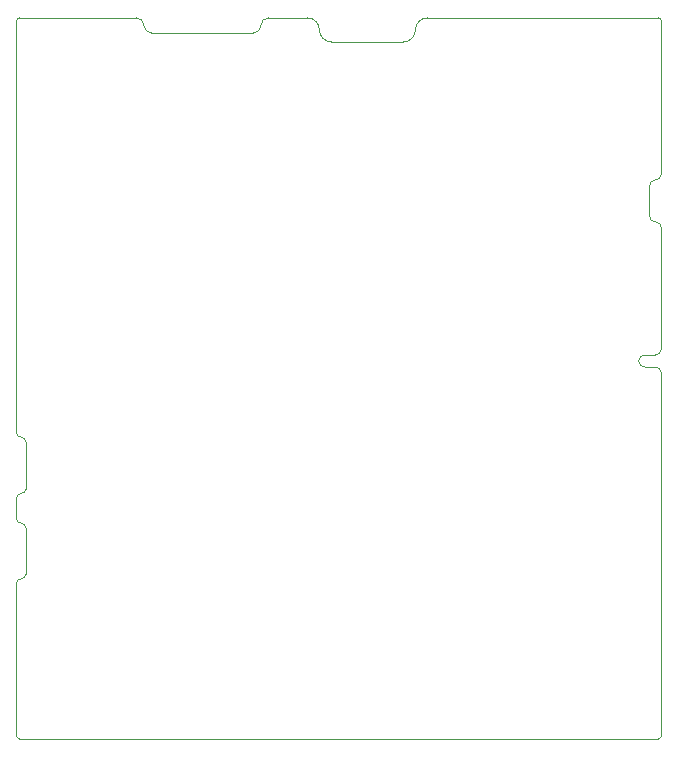
<source format=gbr>
G04 #@! TF.GenerationSoftware,KiCad,Pcbnew,(6.0.7)*
G04 #@! TF.CreationDate,2023-03-13T09:14:11-05:00*
G04 #@! TF.ProjectId,SapphineMinimal,53617070-6869-46e6-954d-696e696d616c,rev?*
G04 #@! TF.SameCoordinates,Original*
G04 #@! TF.FileFunction,Profile,NP*
%FSLAX46Y46*%
G04 Gerber Fmt 4.6, Leading zero omitted, Abs format (unit mm)*
G04 Created by KiCad (PCBNEW (6.0.7)) date 2023-03-13 09:14:11*
%MOMM*%
%LPD*%
G01*
G04 APERTURE LIST*
G04 #@! TA.AperFunction,Profile*
%ADD10C,0.050000*%
G04 #@! TD*
G04 APERTURE END LIST*
D10*
X103632000Y-68072000D02*
X109728000Y-68072000D01*
X97028000Y-67310000D02*
G75*
G03*
X97663000Y-66675000I0J635000D01*
G01*
X87757000Y-66675000D02*
G75*
G03*
X87122000Y-66040000I-635000J0D01*
G01*
X98298000Y-66040000D02*
X101600000Y-66040000D01*
X88392000Y-67310000D02*
X97028000Y-67310000D01*
X78740000Y-66040000D02*
X87122000Y-66040000D01*
X77217444Y-127066908D02*
X99823444Y-127066908D01*
X87757000Y-66675000D02*
G75*
G03*
X88392000Y-67310000I635000J0D01*
G01*
X130147488Y-94585828D02*
X131058278Y-94585828D01*
X77363609Y-106312200D02*
G75*
G03*
X76962000Y-106713836I-9J-401600D01*
G01*
X131573444Y-126812908D02*
X131566278Y-96109828D01*
X131572000Y-66294000D02*
G75*
G03*
X131318000Y-66040000I-254000J0D01*
G01*
X77765186Y-101946823D02*
G75*
G03*
X77363609Y-101545214I-401586J23D01*
G01*
X129639472Y-95093828D02*
G75*
G03*
X130147488Y-95601828I508028J28D01*
G01*
X99823444Y-127066908D02*
X108459444Y-127066908D01*
X102616000Y-67056000D02*
G75*
G03*
X101600000Y-66040000I-1016000J0D01*
G01*
X76962000Y-126746000D02*
X76963444Y-126812908D01*
X131318000Y-66040000D02*
X111760000Y-66040000D01*
X76963392Y-126812908D02*
G75*
G03*
X77217444Y-127066908I254008J8D01*
G01*
X131058278Y-94585778D02*
G75*
G03*
X131566278Y-94077828I22J507978D01*
G01*
X109728000Y-68072000D02*
G75*
G03*
X110744000Y-67056000I0J1016000D01*
G01*
X76961970Y-108420638D02*
G75*
G03*
X77367258Y-108822247I405330J3738D01*
G01*
X77363609Y-113530700D02*
G75*
G03*
X76962000Y-113932227I-109J-401500D01*
G01*
X131572000Y-66294000D02*
X131572000Y-79248000D01*
X130556000Y-80264000D02*
X130556000Y-82804000D01*
X98298000Y-66040000D02*
G75*
G03*
X97663000Y-66675000I0J-635000D01*
G01*
X77363609Y-113530651D02*
G75*
G03*
X77768867Y-113129009I3591J401651D01*
G01*
X77768953Y-109223856D02*
G75*
G03*
X77367258Y-108822247I-401653J-44D01*
G01*
X77765218Y-101946823D02*
X77765218Y-105910618D01*
X76962000Y-66294000D02*
X76962000Y-101143605D01*
X131572000Y-83947000D02*
X131572000Y-83820000D01*
X130556000Y-82804000D02*
G75*
G03*
X131064000Y-83312000I508000J0D01*
G01*
X76962000Y-108420638D02*
X76962000Y-106713836D01*
X77768867Y-109223856D02*
X77768867Y-113129009D01*
X131319444Y-127066908D02*
X108459444Y-127066908D01*
X131058278Y-95601828D02*
X130147488Y-95601828D01*
X76962000Y-126746000D02*
X76962000Y-113932227D01*
X130147488Y-94585788D02*
G75*
G03*
X129639488Y-95093828I12J-508012D01*
G01*
X131572000Y-83947000D02*
X131566278Y-94077828D01*
X77216000Y-66040000D02*
G75*
G03*
X76962000Y-66294000I0J-254000D01*
G01*
X131064000Y-79756000D02*
G75*
G03*
X131572000Y-79248000I0J508000D01*
G01*
X131319444Y-127066944D02*
G75*
G03*
X131573444Y-126812908I-44J254044D01*
G01*
X131572000Y-83820000D02*
G75*
G03*
X131064000Y-83312000I-508000J0D01*
G01*
X102616000Y-67056000D02*
G75*
G03*
X103632000Y-68072000I1016000J0D01*
G01*
X76961986Y-101143605D02*
G75*
G03*
X77363609Y-101545214I401614J5D01*
G01*
X77363609Y-106312218D02*
G75*
G03*
X77765218Y-105910618I-9J401618D01*
G01*
X131566272Y-96109828D02*
G75*
G03*
X131058278Y-95601828I-507972J28D01*
G01*
X111760000Y-66040000D02*
G75*
G03*
X110744000Y-67056000I0J-1016000D01*
G01*
X77216000Y-66040000D02*
X78740000Y-66040000D01*
X131064000Y-79756000D02*
G75*
G03*
X130556000Y-80264000I0J-508000D01*
G01*
M02*

</source>
